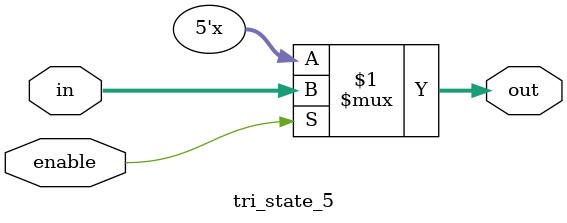
<source format=v>
module tri_state(in, oe, out);

    input [31:0] in;
    input oe;
    output [31:0] out;

    assign out = oe ? in : 32'bz;

endmodule

module tri_state_5(in, enable, out);

    input [4:0] in;
    input enable;
    output [4:0] out;

    assign out = enable ? in : 5'bz;

endmodule
</source>
